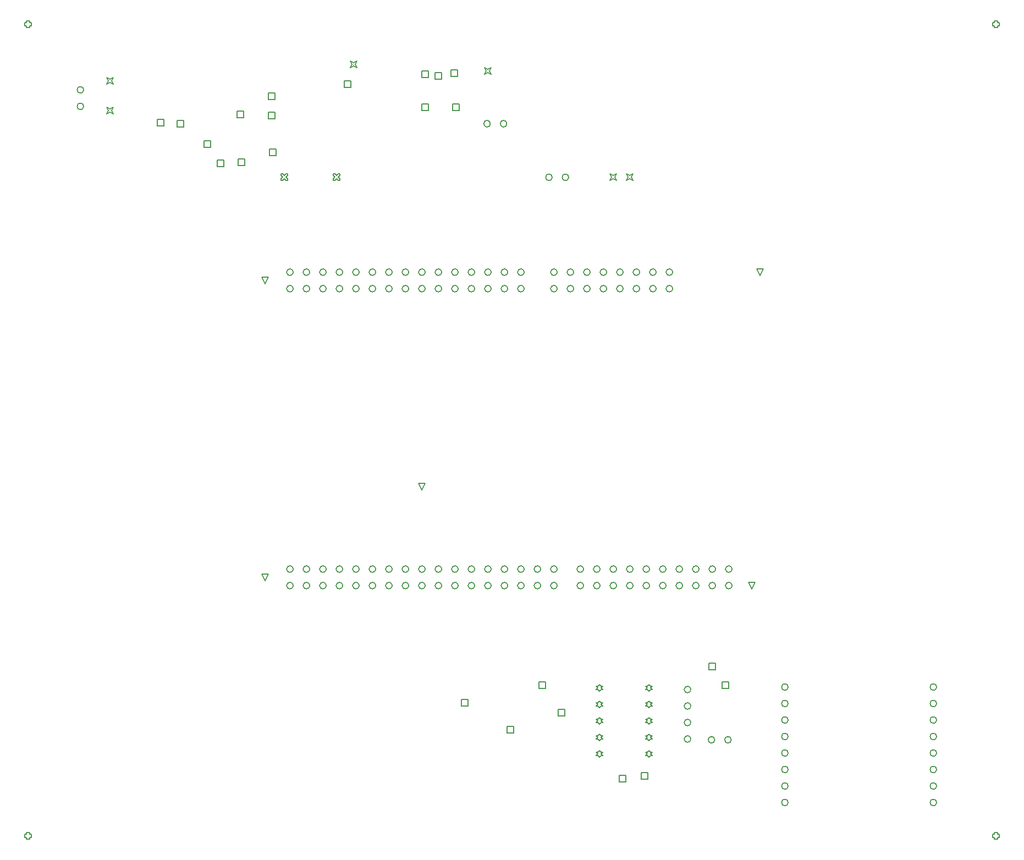
<source format=gbr>
G04*
G04 #@! TF.GenerationSoftware,Altium Limited,Altium Designer,23.0.1 (38)*
G04*
G04 Layer_Color=2752767*
%FSLAX25Y25*%
%MOIN*%
G70*
G04*
G04 #@! TF.SameCoordinates,96643D2F-BE8E-4E12-8B93-A60CB91944C5*
G04*
G04*
G04 #@! TF.FilePolarity,Positive*
G04*
G01*
G75*
%ADD13C,0.00500*%
%ADD47C,0.00667*%
D13*
X10811Y10811D02*
Y9811D01*
X12811D01*
Y10811D01*
X13811D01*
Y12811D01*
X12811D01*
Y13811D01*
X10811D01*
Y12811D01*
X9811D01*
Y10811D01*
X10811D01*
Y502937D02*
Y501937D01*
X12811D01*
Y502937D01*
X13811D01*
Y504937D01*
X12811D01*
Y505937D01*
X10811D01*
Y504937D01*
X9811D01*
Y502937D01*
X10811D01*
X597425Y10811D02*
Y9811D01*
X599425D01*
Y10811D01*
X600425D01*
Y12811D01*
X599425D01*
Y13811D01*
X597425D01*
Y12811D01*
X596425D01*
Y10811D01*
X597425D01*
Y502937D02*
Y501937D01*
X599425D01*
Y502937D01*
X600425D01*
Y504937D01*
X599425D01*
Y505937D01*
X597425D01*
Y504937D01*
X596425D01*
Y502937D01*
X597425D01*
X165252Y409000D02*
X166252D01*
X167252Y410000D01*
X168252Y409000D01*
X169252D01*
Y410000D01*
X168252Y411000D01*
X169252Y412000D01*
Y413000D01*
X168252D01*
X167252Y412000D01*
X166252Y413000D01*
X165252D01*
Y412000D01*
X166252Y411000D01*
X165252Y410000D01*
Y409000D01*
X196748D02*
X197748D01*
X198748Y410000D01*
X199748Y409000D01*
X200748D01*
Y410000D01*
X199748Y411000D01*
X200748Y412000D01*
Y413000D01*
X199748D01*
X198748Y412000D01*
X197748Y413000D01*
X196748D01*
Y412000D01*
X197748Y411000D01*
X196748Y410000D01*
Y409000D01*
X364500D02*
X365500Y411000D01*
X364500Y413000D01*
X366500Y412000D01*
X368500Y413000D01*
X367500Y411000D01*
X368500Y409000D01*
X366500Y410000D01*
X364500Y409000D01*
X374500D02*
X375500Y411000D01*
X374500Y413000D01*
X376500Y412000D01*
X378500Y413000D01*
X377500Y411000D01*
X378500Y409000D01*
X376500Y410000D01*
X374500Y409000D01*
X59500Y449500D02*
X60500Y451500D01*
X59500Y453500D01*
X61500Y452500D01*
X63500Y453500D01*
X62500Y451500D01*
X63500Y449500D01*
X61500Y450500D01*
X59500Y449500D01*
X155520Y346500D02*
X153520Y350500D01*
X157520D01*
X155520Y346500D01*
Y166500D02*
X153520Y170500D01*
X157520D01*
X155520Y166500D01*
X450520Y161500D02*
X448520Y165500D01*
X452520D01*
X450520Y161500D01*
X250520Y221500D02*
X248520Y225500D01*
X252520D01*
X250520Y221500D01*
X455520Y351500D02*
X453520Y355500D01*
X457520D01*
X455520Y351500D01*
X59500Y467500D02*
X60500Y469500D01*
X59500Y471500D01*
X61500Y470500D01*
X63500Y471500D01*
X62500Y469500D01*
X63500Y467500D01*
X61500Y468500D01*
X59500Y467500D01*
X207000Y477500D02*
X208000Y479500D01*
X207000Y481500D01*
X209000Y480500D01*
X211000Y481500D01*
X210000Y479500D01*
X211000Y477500D01*
X209000Y478500D01*
X207000Y477500D01*
X288500Y473500D02*
X289500Y475500D01*
X288500Y477500D01*
X290500Y476500D01*
X292500Y477500D01*
X291500Y475500D01*
X292500Y473500D01*
X290500Y474500D01*
X288500Y473500D01*
X388000Y59500D02*
X389000Y60500D01*
X390000D01*
X389000Y61500D01*
X390000Y62500D01*
X389000D01*
X388000Y63500D01*
X387000Y62500D01*
X386000D01*
X387000Y61500D01*
X386000Y60500D01*
X387000D01*
X388000Y59500D01*
Y69500D02*
X389000Y70500D01*
X390000D01*
X389000Y71500D01*
X390000Y72500D01*
X389000D01*
X388000Y73500D01*
X387000Y72500D01*
X386000D01*
X387000Y71500D01*
X386000Y70500D01*
X387000D01*
X388000Y69500D01*
Y79500D02*
X389000Y80500D01*
X390000D01*
X389000Y81500D01*
X390000Y82500D01*
X389000D01*
X388000Y83500D01*
X387000Y82500D01*
X386000D01*
X387000Y81500D01*
X386000Y80500D01*
X387000D01*
X388000Y79500D01*
Y89500D02*
X389000Y90500D01*
X390000D01*
X389000Y91500D01*
X390000Y92500D01*
X389000D01*
X388000Y93500D01*
X387000Y92500D01*
X386000D01*
X387000Y91500D01*
X386000Y90500D01*
X387000D01*
X388000Y89500D01*
Y99500D02*
X389000Y100500D01*
X390000D01*
X389000Y101500D01*
X390000Y102500D01*
X389000D01*
X388000Y103500D01*
X387000Y102500D01*
X386000D01*
X387000Y101500D01*
X386000Y100500D01*
X387000D01*
X388000Y99500D01*
X358000Y59500D02*
X359000Y60500D01*
X360000D01*
X359000Y61500D01*
X360000Y62500D01*
X359000D01*
X358000Y63500D01*
X357000Y62500D01*
X356000D01*
X357000Y61500D01*
X356000Y60500D01*
X357000D01*
X358000Y59500D01*
Y69500D02*
X359000Y70500D01*
X360000D01*
X359000Y71500D01*
X360000Y72500D01*
X359000D01*
X358000Y73500D01*
X357000Y72500D01*
X356000D01*
X357000Y71500D01*
X356000Y70500D01*
X357000D01*
X358000Y69500D01*
Y79500D02*
X359000Y80500D01*
X360000D01*
X359000Y81500D01*
X360000Y82500D01*
X359000D01*
X358000Y83500D01*
X357000Y82500D01*
X356000D01*
X357000Y81500D01*
X356000Y80500D01*
X357000D01*
X358000Y79500D01*
Y89500D02*
X359000Y90500D01*
X360000D01*
X359000Y91500D01*
X360000Y92500D01*
X359000D01*
X358000Y93500D01*
X357000Y92500D01*
X356000D01*
X357000Y91500D01*
X356000Y90500D01*
X357000D01*
X358000Y89500D01*
Y99500D02*
X359000Y100500D01*
X360000D01*
X359000Y101500D01*
X360000Y102500D01*
X359000D01*
X358000Y103500D01*
X357000Y102500D01*
X356000D01*
X357000Y101500D01*
X356000Y100500D01*
X357000D01*
X358000Y99500D01*
X274500Y90500D02*
Y94500D01*
X278500D01*
Y90500D01*
X274500D01*
X302000Y74000D02*
Y78000D01*
X306000D01*
Y74000D01*
X302000D01*
X321500Y101000D02*
Y105000D01*
X325500D01*
Y101000D01*
X321500D01*
X203500Y465500D02*
Y469500D01*
X207500D01*
Y465500D01*
X203500D01*
X269000Y451500D02*
Y455500D01*
X273000D01*
Y451500D01*
X269000D01*
X250500D02*
Y455500D01*
X254500D01*
Y451500D01*
X250500D01*
X258500Y470500D02*
Y474500D01*
X262500D01*
Y470500D01*
X258500D01*
X268000Y472000D02*
Y476000D01*
X272000D01*
Y472000D01*
X268000D01*
X250500Y471500D02*
Y475500D01*
X254500D01*
Y471500D01*
X250500D01*
X157500Y446500D02*
Y450500D01*
X161500D01*
Y446500D01*
X157500D01*
Y458000D02*
Y462000D01*
X161500D01*
Y458000D01*
X157500D01*
X118500Y429000D02*
Y433000D01*
X122500D01*
Y429000D01*
X118500D01*
X138500Y447000D02*
Y451000D01*
X142500D01*
Y447000D01*
X138500D01*
X158000Y424000D02*
Y428000D01*
X162000D01*
Y424000D01*
X158000D01*
X139000Y418000D02*
Y422000D01*
X143000D01*
Y418000D01*
X139000D01*
X126500Y417500D02*
Y421500D01*
X130500D01*
Y417500D01*
X126500D01*
X102000Y441500D02*
Y445500D01*
X106000D01*
Y441500D01*
X102000D01*
X90000Y442000D02*
Y446000D01*
X94000D01*
Y442000D01*
X90000D01*
X383500Y46000D02*
Y50000D01*
X387500D01*
Y46000D01*
X383500D01*
X333000Y84500D02*
Y88500D01*
X337000D01*
Y84500D01*
X333000D01*
X432500Y101000D02*
Y105000D01*
X436500D01*
Y101000D01*
X432500D01*
X424500Y112500D02*
Y116500D01*
X428500D01*
Y112500D01*
X424500D01*
X370000Y44500D02*
Y48500D01*
X374000D01*
Y44500D01*
X370000D01*
D47*
X292000Y443500D02*
G03*
X292000Y443500I-2000J0D01*
G01*
X302000D02*
G03*
X302000Y443500I-2000J0D01*
G01*
X428000Y70000D02*
G03*
X428000Y70000I-2000J0D01*
G01*
X438000D02*
G03*
X438000Y70000I-2000J0D01*
G01*
X242520Y343500D02*
G03*
X242520Y343500I-2000J0D01*
G01*
X232520D02*
G03*
X232520Y343500I-2000J0D01*
G01*
X212520D02*
G03*
X212520Y343500I-2000J0D01*
G01*
X402520Y353500D02*
G03*
X402520Y353500I-2000J0D01*
G01*
Y343500D02*
G03*
X402520Y343500I-2000J0D01*
G01*
X392520Y353500D02*
G03*
X392520Y353500I-2000J0D01*
G01*
Y343500D02*
G03*
X392520Y343500I-2000J0D01*
G01*
X382520Y353500D02*
G03*
X382520Y353500I-2000J0D01*
G01*
Y343500D02*
G03*
X382520Y343500I-2000J0D01*
G01*
X372520Y353500D02*
G03*
X372520Y353500I-2000J0D01*
G01*
Y343500D02*
G03*
X372520Y343500I-2000J0D01*
G01*
X362520Y353500D02*
G03*
X362520Y353500I-2000J0D01*
G01*
Y343500D02*
G03*
X362520Y343500I-2000J0D01*
G01*
X352520Y353500D02*
G03*
X352520Y353500I-2000J0D01*
G01*
Y343500D02*
G03*
X352520Y343500I-2000J0D01*
G01*
X342520Y353500D02*
G03*
X342520Y353500I-2000J0D01*
G01*
Y343500D02*
G03*
X342520Y343500I-2000J0D01*
G01*
X332520Y353500D02*
G03*
X332520Y353500I-2000J0D01*
G01*
Y343500D02*
G03*
X332520Y343500I-2000J0D01*
G01*
X312520Y353500D02*
G03*
X312520Y353500I-2000J0D01*
G01*
Y343500D02*
G03*
X312520Y343500I-2000J0D01*
G01*
X302520Y353500D02*
G03*
X302520Y353500I-2000J0D01*
G01*
Y343500D02*
G03*
X302520Y343500I-2000J0D01*
G01*
X292520Y353500D02*
G03*
X292520Y353500I-2000J0D01*
G01*
Y343500D02*
G03*
X292520Y343500I-2000J0D01*
G01*
X282520Y353500D02*
G03*
X282520Y353500I-2000J0D01*
G01*
Y343500D02*
G03*
X282520Y343500I-2000J0D01*
G01*
X272520Y353500D02*
G03*
X272520Y353500I-2000J0D01*
G01*
Y343500D02*
G03*
X272520Y343500I-2000J0D01*
G01*
X262520Y353500D02*
G03*
X262520Y353500I-2000J0D01*
G01*
Y343500D02*
G03*
X262520Y343500I-2000J0D01*
G01*
X252520Y353500D02*
G03*
X252520Y353500I-2000J0D01*
G01*
Y343500D02*
G03*
X252520Y343500I-2000J0D01*
G01*
X242520Y353500D02*
G03*
X242520Y353500I-2000J0D01*
G01*
X232520D02*
G03*
X232520Y353500I-2000J0D01*
G01*
X222520D02*
G03*
X222520Y353500I-2000J0D01*
G01*
Y343500D02*
G03*
X222520Y343500I-2000J0D01*
G01*
X212520Y353500D02*
G03*
X212520Y353500I-2000J0D01*
G01*
X202520D02*
G03*
X202520Y353500I-2000J0D01*
G01*
Y343500D02*
G03*
X202520Y343500I-2000J0D01*
G01*
X192520Y353500D02*
G03*
X192520Y353500I-2000J0D01*
G01*
Y343500D02*
G03*
X192520Y343500I-2000J0D01*
G01*
X182520Y353500D02*
G03*
X182520Y353500I-2000J0D01*
G01*
Y343500D02*
G03*
X182520Y343500I-2000J0D01*
G01*
X438520Y173500D02*
G03*
X438520Y173500I-2000J0D01*
G01*
Y163500D02*
G03*
X438520Y163500I-2000J0D01*
G01*
X332520Y173500D02*
G03*
X332520Y173500I-2000J0D01*
G01*
Y163500D02*
G03*
X332520Y163500I-2000J0D01*
G01*
X322520Y173500D02*
G03*
X322520Y173500I-2000J0D01*
G01*
Y163500D02*
G03*
X322520Y163500I-2000J0D01*
G01*
X312520Y173500D02*
G03*
X312520Y173500I-2000J0D01*
G01*
Y163500D02*
G03*
X312520Y163500I-2000J0D01*
G01*
X302520Y173500D02*
G03*
X302520Y173500I-2000J0D01*
G01*
Y163500D02*
G03*
X302520Y163500I-2000J0D01*
G01*
X292520Y173500D02*
G03*
X292520Y173500I-2000J0D01*
G01*
Y163500D02*
G03*
X292520Y163500I-2000J0D01*
G01*
X282520Y173500D02*
G03*
X282520Y173500I-2000J0D01*
G01*
Y163500D02*
G03*
X282520Y163500I-2000J0D01*
G01*
X272520Y173500D02*
G03*
X272520Y173500I-2000J0D01*
G01*
Y163500D02*
G03*
X272520Y163500I-2000J0D01*
G01*
X262520Y173500D02*
G03*
X262520Y173500I-2000J0D01*
G01*
Y163500D02*
G03*
X262520Y163500I-2000J0D01*
G01*
X252520Y173500D02*
G03*
X252520Y173500I-2000J0D01*
G01*
Y163500D02*
G03*
X252520Y163500I-2000J0D01*
G01*
X242520Y173500D02*
G03*
X242520Y173500I-2000J0D01*
G01*
Y163500D02*
G03*
X242520Y163500I-2000J0D01*
G01*
X232520Y173500D02*
G03*
X232520Y173500I-2000J0D01*
G01*
Y163500D02*
G03*
X232520Y163500I-2000J0D01*
G01*
X222520Y173500D02*
G03*
X222520Y173500I-2000J0D01*
G01*
Y163500D02*
G03*
X222520Y163500I-2000J0D01*
G01*
X212520Y173500D02*
G03*
X212520Y173500I-2000J0D01*
G01*
Y163500D02*
G03*
X212520Y163500I-2000J0D01*
G01*
X202520Y173500D02*
G03*
X202520Y173500I-2000J0D01*
G01*
Y163500D02*
G03*
X202520Y163500I-2000J0D01*
G01*
X192520Y173500D02*
G03*
X192520Y173500I-2000J0D01*
G01*
Y163500D02*
G03*
X192520Y163500I-2000J0D01*
G01*
X182520Y173500D02*
G03*
X182520Y173500I-2000J0D01*
G01*
Y163500D02*
G03*
X182520Y163500I-2000J0D01*
G01*
X428520Y173500D02*
G03*
X428520Y173500I-2000J0D01*
G01*
Y163500D02*
G03*
X428520Y163500I-2000J0D01*
G01*
X418520Y173500D02*
G03*
X418520Y173500I-2000J0D01*
G01*
Y163500D02*
G03*
X418520Y163500I-2000J0D01*
G01*
X408520Y173500D02*
G03*
X408520Y173500I-2000J0D01*
G01*
Y163500D02*
G03*
X408520Y163500I-2000J0D01*
G01*
X398520Y173500D02*
G03*
X398520Y173500I-2000J0D01*
G01*
Y163500D02*
G03*
X398520Y163500I-2000J0D01*
G01*
X388520Y173500D02*
G03*
X388520Y173500I-2000J0D01*
G01*
Y163500D02*
G03*
X388520Y163500I-2000J0D01*
G01*
X378520Y173500D02*
G03*
X378520Y173500I-2000J0D01*
G01*
Y163500D02*
G03*
X378520Y163500I-2000J0D01*
G01*
X368520Y173500D02*
G03*
X368520Y173500I-2000J0D01*
G01*
Y163500D02*
G03*
X368520Y163500I-2000J0D01*
G01*
X358520Y173500D02*
G03*
X358520Y173500I-2000J0D01*
G01*
Y163500D02*
G03*
X358520Y163500I-2000J0D01*
G01*
X348520Y173500D02*
G03*
X348520Y173500I-2000J0D01*
G01*
Y163500D02*
G03*
X348520Y163500I-2000J0D01*
G01*
X172520Y353500D02*
G03*
X172520Y353500I-2000J0D01*
G01*
Y343500D02*
G03*
X172520Y343500I-2000J0D01*
G01*
Y173500D02*
G03*
X172520Y173500I-2000J0D01*
G01*
Y163500D02*
G03*
X172520Y163500I-2000J0D01*
G01*
X339500Y411000D02*
G03*
X339500Y411000I-2000J0D01*
G01*
X329500D02*
G03*
X329500Y411000I-2000J0D01*
G01*
X45500Y454000D02*
G03*
X45500Y454000I-2000J0D01*
G01*
Y464000D02*
G03*
X45500Y464000I-2000J0D01*
G01*
X562500Y32000D02*
G03*
X562500Y32000I-2000J0D01*
G01*
Y42000D02*
G03*
X562500Y42000I-2000J0D01*
G01*
Y52000D02*
G03*
X562500Y52000I-2000J0D01*
G01*
Y62000D02*
G03*
X562500Y62000I-2000J0D01*
G01*
Y72000D02*
G03*
X562500Y72000I-2000J0D01*
G01*
Y82000D02*
G03*
X562500Y82000I-2000J0D01*
G01*
Y92000D02*
G03*
X562500Y92000I-2000J0D01*
G01*
Y102000D02*
G03*
X562500Y102000I-2000J0D01*
G01*
X472500Y32000D02*
G03*
X472500Y32000I-2000J0D01*
G01*
Y42000D02*
G03*
X472500Y42000I-2000J0D01*
G01*
Y52000D02*
G03*
X472500Y52000I-2000J0D01*
G01*
Y62000D02*
G03*
X472500Y62000I-2000J0D01*
G01*
Y72000D02*
G03*
X472500Y72000I-2000J0D01*
G01*
Y82000D02*
G03*
X472500Y82000I-2000J0D01*
G01*
Y92000D02*
G03*
X472500Y92000I-2000J0D01*
G01*
Y102000D02*
G03*
X472500Y102000I-2000J0D01*
G01*
X413500Y70500D02*
G03*
X413500Y70500I-2000J0D01*
G01*
Y80500D02*
G03*
X413500Y80500I-2000J0D01*
G01*
Y90500D02*
G03*
X413500Y90500I-2000J0D01*
G01*
Y100500D02*
G03*
X413500Y100500I-2000J0D01*
G01*
M02*

</source>
